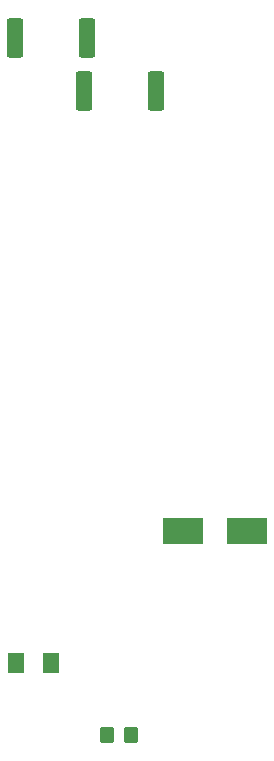
<source format=gtp>
%TF.GenerationSoftware,KiCad,Pcbnew,(6.0.5)*%
%TF.CreationDate,2023-02-27T22:37:21-05:00*%
%TF.ProjectId,relay_board,72656c61-795f-4626-9f61-72642e6b6963,rev?*%
%TF.SameCoordinates,Original*%
%TF.FileFunction,Paste,Top*%
%TF.FilePolarity,Positive*%
%FSLAX46Y46*%
G04 Gerber Fmt 4.6, Leading zero omitted, Abs format (unit mm)*
G04 Created by KiCad (PCBNEW (6.0.5)) date 2023-02-27 22:37:21*
%MOMM*%
%LPD*%
G01*
G04 APERTURE LIST*
G04 Aperture macros list*
%AMRoundRect*
0 Rectangle with rounded corners*
0 $1 Rounding radius*
0 $2 $3 $4 $5 $6 $7 $8 $9 X,Y pos of 4 corners*
0 Add a 4 corners polygon primitive as box body*
4,1,4,$2,$3,$4,$5,$6,$7,$8,$9,$2,$3,0*
0 Add four circle primitives for the rounded corners*
1,1,$1+$1,$2,$3*
1,1,$1+$1,$4,$5*
1,1,$1+$1,$6,$7*
1,1,$1+$1,$8,$9*
0 Add four rect primitives between the rounded corners*
20,1,$1+$1,$2,$3,$4,$5,0*
20,1,$1+$1,$4,$5,$6,$7,0*
20,1,$1+$1,$6,$7,$8,$9,0*
20,1,$1+$1,$8,$9,$2,$3,0*%
G04 Aperture macros list end*
%ADD10R,3.500000X2.300000*%
%ADD11RoundRect,0.249999X0.450001X1.425001X-0.450001X1.425001X-0.450001X-1.425001X0.450001X-1.425001X0*%
%ADD12RoundRect,0.250000X-0.350000X-0.450000X0.350000X-0.450000X0.350000X0.450000X-0.350000X0.450000X0*%
%ADD13RoundRect,0.250001X0.462499X0.624999X-0.462499X0.624999X-0.462499X-0.624999X0.462499X-0.624999X0*%
G04 APERTURE END LIST*
D10*
X151231600Y-122224800D03*
X145831600Y-122224800D03*
D11*
X137670000Y-80500000D03*
X131570000Y-80500000D03*
X143550000Y-85000000D03*
X137450000Y-85000000D03*
D12*
X139411200Y-139496800D03*
X141411200Y-139496800D03*
D13*
X134648600Y-133451600D03*
X131673600Y-133451600D03*
M02*

</source>
